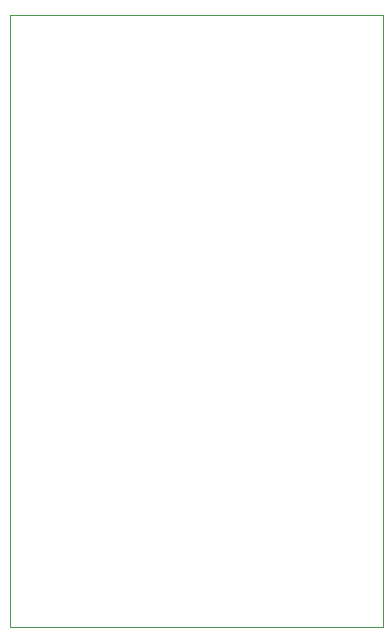
<source format=gm1>
%TF.GenerationSoftware,KiCad,Pcbnew,8.0.6-8.0.6-0~ubuntu24.04.1*%
%TF.CreationDate,2024-10-30T09:24:07+01:00*%
%TF.ProjectId,breakout_pcb,62726561-6b6f-4757-945f-7063622e6b69,rev?*%
%TF.SameCoordinates,Original*%
%TF.FileFunction,Profile,NP*%
%FSLAX46Y46*%
G04 Gerber Fmt 4.6, Leading zero omitted, Abs format (unit mm)*
G04 Created by KiCad (PCBNEW 8.0.6-8.0.6-0~ubuntu24.04.1) date 2024-10-30 09:24:07*
%MOMM*%
%LPD*%
G01*
G04 APERTURE LIST*
%TA.AperFunction,Profile*%
%ADD10C,0.050000*%
%TD*%
G04 APERTURE END LIST*
D10*
X143975000Y-125750000D02*
X112375000Y-125750000D01*
X143975000Y-73900000D02*
X112375000Y-73900000D01*
X143975000Y-73900000D02*
X143975000Y-125750000D01*
X112375000Y-73900000D02*
X112375000Y-125750000D01*
M02*

</source>
